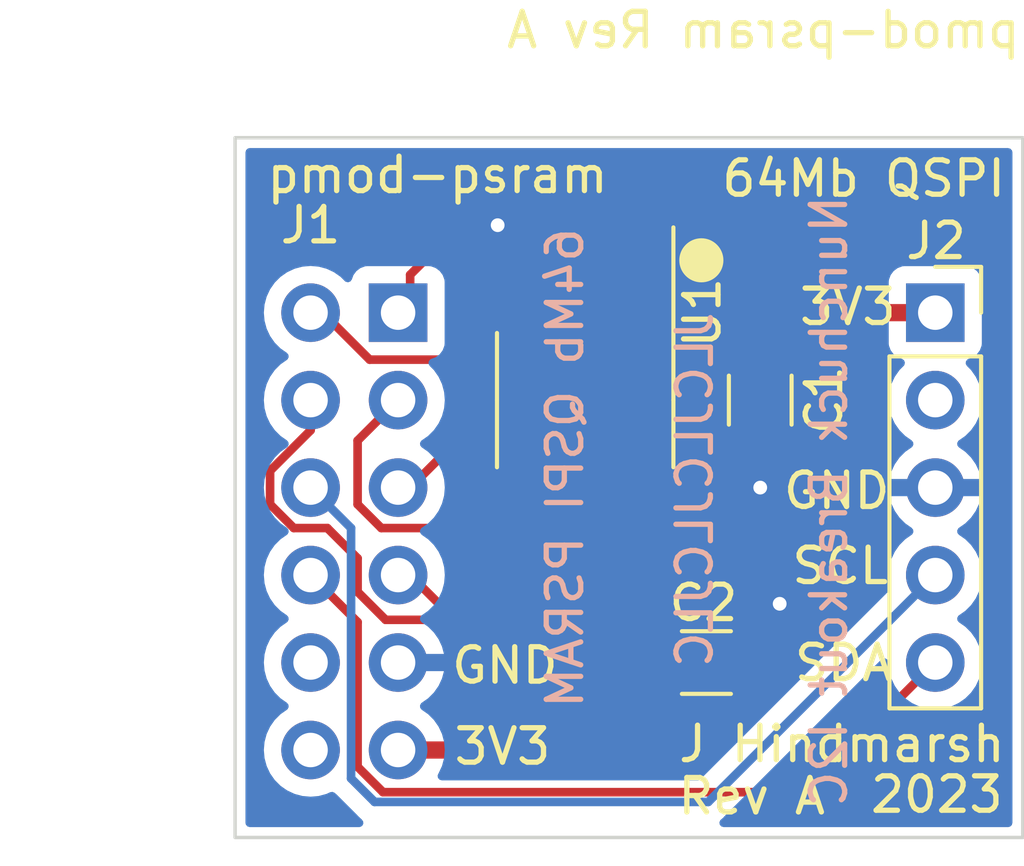
<source format=kicad_pcb>
(kicad_pcb (version 20221018) (generator pcbnew)
  (title_block (title "psram-pmod") (date "2023-09-07") (rev "A") (company "Joseph  Hindmarsh"))
  (layers (0 "F.Cu" signal) (31 "B.Cu" signal) (34 "B.Paste" user) (35 "F.Paste" user) (36 "B.SilkS" user "B.Silkscreen") (37 "F.SilkS" user "F.Silkscreen") (38 "B.Mask" user) (39 "F.Mask" user) (44 "Edge.Cuts" user))
  (net 0 "")
  (net 1 "/CSn")
  (net 2 "/SI{slash}SIO0")
  (net 3 "/SO{slash}SIO1")
  (net 4 "/SCK")
  (net 5 "/SIO2")
  (net 6 "/SIO3")
  (net 7 "/SCL")
  (net 8 "/SDA")
  (net 10 "+3V3")
  (net 11 "GND")
  (footprint "Connector_PinSocket_2.54mm:PinSocket_1x05_P2.54mm_Vertical" (layer "F.Cu") (at 91.44 76.2)
    (fp_text reference "J2" (at 0.023623 -2.083758) (layer "F.SilkS") (effects (font (thickness 0.153))))
    (fp_text value "Conn_01x05_Pin")
    (fp_line (start -1.33 1.27) (end -1.33 11.49) (stroke (width 0.12)) (layer "F.SilkS"))
    (fp_line (start -1.33 1.27) (end 1.33 1.27) (stroke (width 0.12)) (layer "F.SilkS"))
    (fp_line (start -1.33 11.49) (end 1.33 11.49) (stroke (width 0.12)) (layer "F.SilkS"))
    (fp_line (start 0 -1.33) (end 1.33 -1.33) (stroke (width 0.12)) (layer "F.SilkS"))
    (fp_line (start 1.33 -1.33) (end 1.33 0) (stroke (width 0.12)) (layer "F.SilkS"))
    (fp_line (start 1.33 1.27) (end 1.33 11.49) (stroke (width 0.12)) (layer "F.SilkS"))
    (pad "1" thru_hole rect (at 0 0) (size 1.7 1.7) (drill 1) (layers "*.Cu" "*.Mask") (net 10 "+3V3"))
    (pad "2" thru_hole oval (at 0 2.54) (size 1.7 1.7) (drill 1) (layers "*.Cu" "*.Mask"))
    (pad "3" thru_hole oval (at 0 5.08) (size 1.7 1.7) (drill 1) (layers "*.Cu" "*.Mask") (net 11 "GND"))
    (pad "4" thru_hole oval (at 0 7.62) (size 1.7 1.7) (drill 1) (layers "*.Cu" "*.Mask") (net 7 "/SCL"))
    (pad "5" thru_hole oval (at 0 10.16) (size 1.7 1.7) (drill 1) (layers "*.Cu" "*.Mask") (net 8 "/SDA"))
  )
  (footprint "Connector_PinHeader_2.54mm:PinHeader_2x06_P2.54mm_Horizontal" (layer "F.Cu") (at 76.2 76.2)
    (fp_text reference "J1" (at -2.89 -2.54) (layer "F.SilkS") (effects (font (thickness 0.153))))
    (fp_text value "Conn_02x06_Top_Bottom")
    (pad "1" thru_hole rect (at -0.35 0 180) (size 1.7 1.7) (drill 1) (layers "*.Cu" "*.Mask") (net 1 "/CSn"))
    (pad "2" thru_hole oval (at -0.35 2.54 180) (size 1.7 1.7) (drill 1) (layers "*.Cu" "*.Mask") (net 2 "/SI{slash}SIO0"))
    (pad "3" thru_hole oval (at -0.35 5.08 180) (size 1.7 1.7) (drill 1) (layers "*.Cu" "*.Mask") (net 3 "/SO{slash}SIO1"))
    (pad "4" thru_hole oval (at -0.35 7.62 180) (size 1.7 1.7) (drill 1) (layers "*.Cu" "*.Mask") (net 4 "/SCK"))
    (pad "5" thru_hole oval (at -0.35 10.16 180) (size 1.7 1.7) (drill 1) (layers "*.Cu" "*.Mask") (net 11 "GND"))
    (pad "6" thru_hole oval (at -0.35 12.7 180) (size 1.7 1.7) (drill 1) (layers "*.Cu" "*.Mask") (net 10 "+3V3"))
    (pad "7" thru_hole oval (at -2.89 0 180) (size 1.7 1.7) (drill 1) (layers "*.Cu" "*.Mask") (net 5 "/SIO2"))
    (pad "8" thru_hole oval (at -2.89 2.54 180) (size 1.7 1.7) (drill 1) (layers "*.Cu" "*.Mask") (net 6 "/SIO3"))
    (pad "9" thru_hole oval (at -2.89 5.08 180) (size 1.7 1.7) (drill 1) (layers "*.Cu" "*.Mask") (net 7 "/SCL"))
    (pad "10" thru_hole oval (at -2.89 7.62 180) (size 1.7 1.7) (drill 1) (layers "*.Cu" "*.Mask") (net 8 "/SDA"))
    (pad "11" thru_hole oval (at -2.89 10.16 180) (size 1.7 1.7) (drill 1) (layers "*.Cu" "*.Mask"))
    (pad "12" thru_hole oval (at -2.89 12.7 180) (size 1.7 1.7) (drill 1) (layers "*.Cu" "*.Mask"))
  )
  (footprint "Capacitor_SMD:C_1206_3216Metric_Pad1.33x1.80mm_HandSolder" (layer "F.Cu") (at 84.7975 86.36)
    (fp_text reference "C2" (at -0.084653 -1.731354) (layer "F.SilkS") (effects (font (thickness 0.153))))
    (fp_text value "100n")
    (fp_line (start -0.711252 -0.91) (end 0.711252 -0.91) (stroke (width 0.12)) (layer "F.SilkS"))
    (fp_line (start -0.711252 0.91) (end 0.711252 0.91) (stroke (width 0.12)) (layer "F.SilkS"))
    (pad "1" smd roundrect (at -1.5625 0) (size 1.325 1.8) (layers "F.Cu" "F.Paste" "F.Mask") (roundrect_rratio 0.1886792453) (net 10 "+3V3"))
    (pad "2" smd roundrect (at 1.5625 0) (size 1.325 1.8) (layers "F.Cu" "F.Paste" "F.Mask") (roundrect_rratio 0.1886792453) (net 11 "GND"))
  )
  (footprint "Capacitor_SMD:C_1206_3216Metric_Pad1.33x1.80mm_HandSolder" (layer "F.Cu") (at 86.36 78.74 -90)
    (fp_text reference "C1" (at 0 -1.85 90) (layer "F.SilkS") (effects (font (thickness 0.153))))
    (fp_text value "1u")
    (fp_line (start -0.711252 -0.91) (end 0.711252 -0.91) (stroke (width 0.12)) (layer "F.SilkS"))
    (fp_line (start -0.711252 0.91) (end 0.711252 0.91) (stroke (width 0.12)) (layer "F.SilkS"))
    (pad "1" smd roundrect (at -1.5625 0 270) (size 1.325 1.8) (layers "F.Cu" "F.Paste" "F.Mask") (roundrect_rratio 0.1886792453) (net 10 "+3V3"))
    (pad "2" smd roundrect (at 1.5625 0 270) (size 1.325 1.8) (layers "F.Cu" "F.Paste" "F.Mask") (roundrect_rratio 0.1886792453) (net 11 "GND"))
  )
  (footprint "Package_SO:SOIC-8_3.9x4.9mm_P1.27mm" (layer "F.Cu") (at 81.28 78.74 -90)
    (fp_text reference "U1" (at -2.54 -3.4 90) (layer "F.SilkS") (effects (font (thickness 0.153))))
    (fp_text value "ESP-PSRAM32")
    (fp_line (start 0 -2.56) (end -5.016368 -2.559811) (stroke (width 0.12)) (layer "F.SilkS"))
    (fp_line (start 0 -2.56) (end 1.95 -2.56) (stroke (width 0.12)) (layer "F.SilkS"))
    (fp_line (start 0 2.56) (end -1.95 2.56) (stroke (width 0.12)) (layer "F.SilkS"))
    (fp_line (start 0 2.56) (end 1.95 2.56) (stroke (width 0.12)) (layer "F.SilkS"))
    (pad "1" smd roundrect (at -3.29 -1.905 270) (size 3.58 0.6) (layers "F.Cu" "F.Paste" "F.Mask") (net 1 "/CSn"))
    (pad "2" smd roundrect (at -3.29 -0.635 270) (size 3.58 0.6) (layers "F.Cu" "F.Paste" "F.Mask") (net 3 "/SO{slash}SIO1"))
    (pad "3" smd roundrect (at -3.29 0.635 270) (size 3.58 0.6) (layers "F.Cu" "F.Paste" "F.Mask") (net 5 "/SIO2"))
    (pad "4" smd roundrect (at -3.29 1.905 270) (size 3.58 0.6) (layers "F.Cu" "F.Paste" "F.Mask") (net 11 "GND"))
    (pad "5" smd roundrect (at 3.29 1.905 270) (size 3.58 0.6) (layers "F.Cu" "F.Paste" "F.Mask") (net 2 "/SI{slash}SIO0"))
    (pad "6" smd roundrect (at 3.29 0.635 270) (size 3.58 0.6) (layers "F.Cu" "F.Paste" "F.Mask") (net 4 "/SCK"))
    (pad "7" smd roundrect (at 3.29 -0.635 270) (size 3.58 0.6) (layers "F.Cu" "F.Paste" "F.Mask") (net 6 "/SIO3"))
    (pad "8" smd roundrect (at 3.29 -1.905 270) (size 3.58 0.6) (layers "F.Cu" "F.Paste" "F.Mask") (net 10 "+3V3"))
  )
  (gr_circle (center 84.651389 74.679844) (end 85.215075 74.679844) (stroke (width 0.153)) (fill solid) (layer "F.SilkS"))
  (gr_rect (start 71.12 71.12) (end 93.98 91.44) (stroke (width 0.1)) (fill none) (layer "Edge.Cuts"))
  (gr_text "Nunchuck Breakout I2C" (at 88.939666 72.719488 90) (layer "B.SilkS") (effects (font (size 1 1) (thickness 0.153)) (justify left bottom mirror)))
  (gr_text "64Mb QSPI PSRAM" (at 81.28 73.66 90) (layer "B.SilkS") (effects (font (size 1 1) (thickness 0.153)) (justify left bottom mirror)))
  (gr_text "JLCJLCJLCJLC" (at 85.04346 76.101101 90) (layer "B.SilkS") (effects (font (size 1 1) (thickness 0.153)) (justify left bottom mirror)))
  (gr_text "SDA" (at 87.273364 86.956568) (layer "F.SilkS") (effects (font (size 1 1) (thickness 0.153)) (justify left bottom)))
  (gr_text "J Hindmarsh" (at 83.916256 89.308994) (layer "F.SilkS") (effects (font (size 1 1) (thickness 0.153)) (justify left bottom)))
  (gr_text "Rev A" (at 83.891752 90.828269) (layer "F.SilkS") (effects (font (size 1 1) (thickness 0.153)) (justify left bottom)))
  (gr_text "2023" (at 89.478764 90.77926) (layer "F.SilkS") (effects (font (size 1 1) (thickness 0.153)) (justify left bottom)))
  (gr_text "GND" (at 77.324562 87.030081) (layer "F.SilkS") (effects (font (size 1 1) (thickness 0.153)) (justify left bottom)))
  (gr_text "pmod-psram Rev A\n" (at 93.98 68.58) (layer "F.SilkS") (effects (font (size 1 1) (thickness 0.153)) (justify left bottom mirror)))
  (gr_text "3V3" (at 87.420391 76.615694) (layer "F.SilkS") (effects (font (size 1 1) (thickness 0.153)) (justify left bottom)))
  (gr_text "SCL" (at 87.199851 84.138557) (layer "F.SilkS") (effects (font (size 1 1) (thickness 0.153)) (justify left bottom)))
  (gr_text "3V3" (at 77.398075 89.382507) (layer "F.SilkS") (effects (font (size 1 1) (thickness 0.153)) (justify left bottom)))
  (gr_text "pmod-psram" (at 71.966551 72.785421) (layer "F.SilkS") (effects (font (size 1 1) (thickness 0.153)) (justify left bottom)))
  (gr_text "GND" (at 86.954806 81.957662) (layer "F.SilkS") (effects (font (size 1 1) (thickness 0.153)) (justify left bottom)))
  (gr_text "64Mb QSPI" (at 85.165982 72.89102) (layer "F.SilkS") (effects (font (size 1 1) (thickness 0.153)) (justify left bottom)))
  (segment (start 83.185 73.66) (end 83.185 75.45) (width 0.25) (layer "F.Cu") (net 1))
  (segment (start 76.2 75.1) (end 78.415 72.885) (width 0.25) (layer "F.Cu") (net 1))
  (segment (start 78.415 72.885) (end 82.41 72.885) (width 0.25) (layer "F.Cu") (net 1))
  (segment (start 82.41 72.885) (end 83.185 73.66) (width 0.25) (layer "F.Cu") (net 1))
  (segment (start 76.2 76.2) (end 76.2 75.1) (width 0.25) (layer "F.Cu") (net 1))
  (segment (start 78.95 82.455) (end 75.363299 82.455) (width 0.25) (layer "F.Cu") (net 2))
  (segment (start 74.675 79.915) (end 75.85 78.74) (width 0.25) (layer "F.Cu") (net 2))
  (segment (start 75.363299 82.455) (end 74.675 81.766701) (width 0.25) (layer "F.Cu") (net 2))
  (segment (start 74.675 81.766701) (end 74.675 79.915) (width 0.25) (layer "F.Cu") (net 2))
  (segment (start 79.375 82.03) (end 78.95 82.455) (width 0.25) (layer "F.Cu") (net 2))
  (segment (start 78.74 78.74) (end 79.816751 78.74) (width 0.25) (layer "F.Cu") (net 3))
  (segment (start 79.816751 78.74) (end 81.915 76.641751) (width 0.25) (layer "F.Cu") (net 3))
  (segment (start 81.915 76.641751) (end 81.915 75.45) (width 0.25) (layer "F.Cu") (net 3))
  (segment (start 76.2 81.28) (end 78.74 78.74) (width 0.25) (layer "F.Cu") (net 3))
  (segment (start 77.05 84.67) (end 80.43 84.67) (width 0.25) (layer "F.Cu") (net 4))
  (segment (start 76.2 83.82) (end 77.05 84.67) (width 0.25) (layer "F.Cu") (net 4))
  (segment (start 80.43 84.67) (end 80.645 84.455) (width 0.25) (layer "F.Cu") (net 4))
  (segment (start 80.645 84.455) (end 80.645 82.03) (width 0.25) (layer "F.Cu") (net 4))
  (segment (start 73.66 76.2) (end 75.025 77.565) (width 0.25) (layer "F.Cu") (net 5))
  (segment (start 80.645 76.641751) (end 80.645 75.45) (width 0.25) (layer "F.Cu") (net 5))
  (segment (start 75.025 77.565) (end 79.721751 77.565) (width 0.25) (layer "F.Cu") (net 5))
  (segment (start 79.721751 77.565) (end 80.645 76.641751) (width 0.25) (layer "F.Cu") (net 5))
  (segment (start 80.645 74.258249) (end 80.645 75.45) (width 0.25) (layer "F.Cu") (net 5))
  (segment (start 74.675 83.333299) (end 74.675 84.306701) (width 0.25) (layer "F.Cu") (net 6))
  (segment (start 72.823299 82.455) (end 73.796701 82.455) (width 0.25) (layer "F.Cu") (net 6))
  (segment (start 73.796701 82.455) (end 74.675 83.333299) (width 0.25) (layer "F.Cu") (net 6))
  (segment (start 81.915 83.821396) (end 81.915 82.03) (width 0.25) (layer "F.Cu") (net 6))
  (segment (start 80.616396 85.12) (end 81.915 83.821396) (width 0.25) (layer "F.Cu") (net 6))
  (segment (start 74.675 84.306701) (end 75.488299 85.12) (width 0.25) (layer "F.Cu") (net 6))
  (segment (start 75.488299 85.12) (end 80.616396 85.12) (width 0.25) (layer "F.Cu") (net 6))
  (segment (start 73.31 79.618299) (end 72.135 80.793299) (width 0.25) (layer "F.Cu") (net 6))
  (segment (start 72.135 81.766701) (end 72.823299 82.455) (width 0.25) (layer "F.Cu") (net 6))
  (segment (start 73.31 78.74) (end 73.31 79.618299) (width 0.25) (layer "F.Cu") (net 6))
  (segment (start 72.135 80.793299) (end 72.135 81.766701) (width 0.25) (layer "F.Cu") (net 6))
  (segment (start 84.852203 90.407797) (end 91.44 83.82) (width 0.25) (layer "B.Cu") (net 7))
  (segment (start 74.485 82.455) (end 74.485 89.725) (width 0.25) (layer "B.Cu") (net 7))
  (segment (start 73.31 81.28) (end 74.485 82.455) (width 0.25) (layer "B.Cu") (net 7))
  (segment (start 74.485 89.725) (end 75.167797 90.407797) (width 0.25) (layer "B.Cu") (net 7))
  (segment (start 75.167797 90.407797) (end 84.852203 90.407797) (width 0.25) (layer "B.Cu") (net 7))
  (segment (start 87.675 90.125) (end 91.44 86.36) (width 0.25) (layer "F.Cu") (net 8))
  (segment (start 74.675 85.185) (end 74.675 89.386701) (width 0.25) (layer "F.Cu") (net 8))
  (segment (start 73.31 83.82) (end 74.675 85.185) (width 0.25) (layer "F.Cu") (net 8))
  (segment (start 74.675 89.386701) (end 75.413299 90.125) (width 0.25) (layer "F.Cu") (net 8))
  (segment (start 75.413299 90.125) (end 87.675 90.125) (width 0.25) (layer "F.Cu") (net 8))
  (segment (start 83.185 80.3525) (end 83.185 82.03) (width 0.5) (layer "F.Cu") (net 10))
  (segment (start 87.3375 76.2) (end 91.44 76.2) (width 0.5) (layer "F.Cu") (net 10))
  (segment (start 86.36 77.1775) (end 87.3375 76.2) (width 0.5) (layer "F.Cu") (net 10))
  (segment (start 86.36 77.1775) (end 83.185 80.3525) (width 0.5) (layer "F.Cu") (net 10))
  (segment (start 83.185 86.995) (end 81.28 88.9) (width 0.5) (layer "F.Cu") (net 10))
  (segment (start 83.185 82.03) (end 83.185 86.995) (width 0.5) (layer "F.Cu") (net 10))
  (segment (start 81.28 88.9) (end 76.2 88.9) (width 0.5) (layer "F.Cu") (net 10))
  (segment (start 79.375 74.295) (end 78.74 73.66) (width 0.5) (layer "F.Cu") (net 11))
  (segment (start 79.375 75.45) (end 79.375 74.295) (width 0.5) (layer "F.Cu") (net 11))
  (segment (start 86.36 80.3025) (end 86.36 81.28) (width 0.5) (layer "F.Cu") (net 11))
  (segment (start 86.945 84.674843) (end 86.924482 84.654325) (width 0.5) (layer "F.Cu") (net 11))
  (segment (start 86.945 86.36) (end 86.945 84.674843) (width 0.5) (layer "F.Cu") (net 11))
  (via (at 86.36 81.28) (size 0.8) (drill 0.4) (layers "F.Cu" "B.Cu") (net 11))
  (via (at 86.924482 84.654325) (size 0.8) (drill 0.4) (layers "F.Cu" "B.Cu") (net 11))
  (via (at 78.74 73.66) (size 0.8) (drill 0.4) (layers "F.Cu" "B.Cu") (net 11))
  (zone (net 11) (net_name "GND") (layer "B.Cu") (connect_pads (clearance 0.5)) (min_thickness 0.25) (fill yes (thermal_gap 0.5) (thermal_bridge_width 0.5))
    (polygon (pts (xy 93.98 71.12) (xy 71.12 71.12) (xy 71.12 91.44) (xy 93.98 91.44)))
  )
)
</source>
